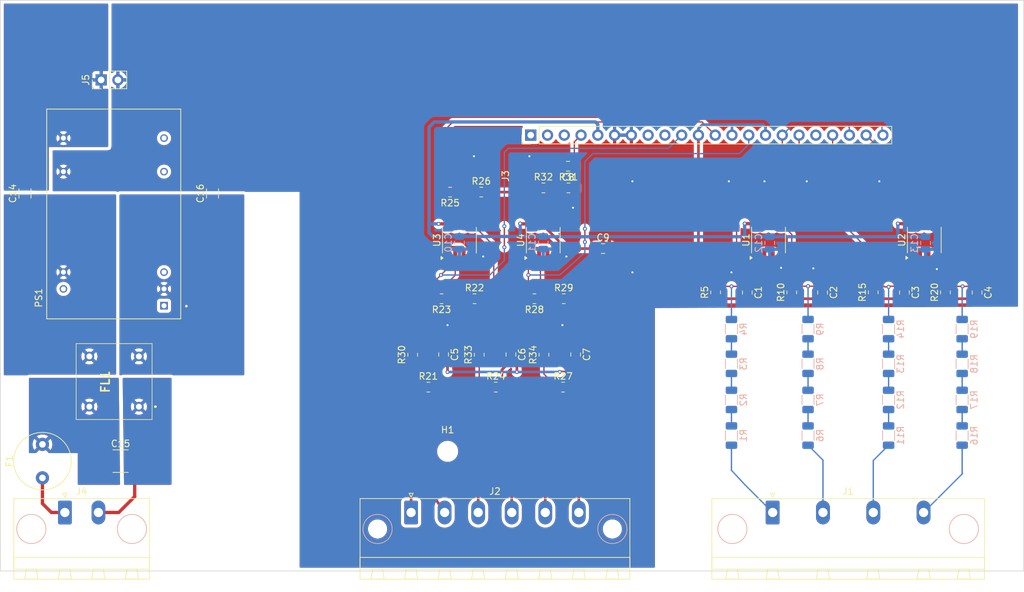
<source format=kicad_pcb>
(kicad_pcb (version 20240108) (generator "pcbnew") (generator_version "8.0")
  (layers (0 "F.Cu" signal) (31 "B.Cu" signal) (34 "B.Paste" user) (35 "F.Paste" user) (36 "B.SilkS" user "B.Silkscreen") (37 "F.SilkS" user "F.Silkscreen") (38 "B.Mask" user) (39 "F.Mask" user) (44 "Edge.Cuts" user))
  (net 0 "")
  (net 1 "+1V65")
  (net 2 "Net-(U1A-+)")
  (net 3 "Net-(U1B-+)")
  (net 4 "Net-(U2A-+)")
  (net 5 "Net-(U2B-+)")
  (net 6 "Net-(U3A-+)")
  (net 7 "Net-(U3B-+)")
  (net 8 "Net-(U4A-+)")
  (net 9 "GND")
  (net 10 "+3.3V")
  (net 11 "+5V")
  (net 12 "/+VOUT")
  (net 13 "/-VIN")
  (net 14 "Net-(J1-Pin_2)")
  (net 15 "Net-(J1-Pin_4)")
  (net 16 "Net-(J1-Pin_1)")
  (net 17 "Net-(J1-Pin_3)")
  (net 18 "Net-(J2-Pin_1)")
  (net 19 "Net-(J2-Pin_5)")
  (net 20 "Net-(J2-Pin_3)")
  (net 22 "A7")
  (net 23 "A0")
  (net 24 "A2")
  (net 28 "A6")
  (net 29 "A4")
  (net 31 "A8")
  (net 32 "A10")
  (net 39 "Net-(R1-Pad2)")
  (net 40 "Net-(R2-Pad2)")
  (net 41 "Net-(R3-Pad2)")
  (net 42 "Net-(R6-Pad2)")
  (net 43 "Net-(R7-Pad2)")
  (net 44 "Net-(R8-Pad2)")
  (net 45 "Net-(R11-Pad2)")
  (net 46 "Net-(R12-Pad2)")
  (net 47 "Net-(R13-Pad2)")
  (net 48 "Net-(R16-Pad2)")
  (net 49 "Net-(R17-Pad2)")
  (net 50 "Net-(R18-Pad2)")
  (net 51 "Net-(U3A--)")
  (net 52 "Net-(U3B--)")
  (net 53 "Net-(U4A--)")
  (net 54 "Net-(U4B-+)")
  (net 55 "Net-(J4-Pin_1)")
  (net 56 "/+VIN_Filt")
  (net 57 "/-VIN_Filt")
  (net 58 "/+VIN")
  (footprint "Capacitor_SMD:C_0805_2012Metric" (layer "F.Cu") (at 160.25 75.315 180)
    (property "Reference" "C8")
    (property "Value" "100n")
  )
  (footprint "Package_SO:SOIC-8_3.9x4.9mm_P1.27mm" (layer "F.Cu") (at 214.2 86.5 90)
    (property "Reference" "U2")
    (property "Value" "MCP6022")
  )
  (footprint "Resistor_SMD:R_0805_2012Metric" (layer "F.Cu") (at 146.0875 95.4)
    (property "Reference" "R22")
    (property "Value" "10k")
  )
  (footprint "Resistor_SMD:R_0805_2012Metric" (layer "F.Cu") (at 159.5 108.8)
    (property "Reference" "R27")
    (property "Value" "10")
  )
  (footprint "PQopen:CONV_TEN_8-2411WI" (layer "F.Cu") (at 91.44 82.55 90)
    (property "Reference" "PS1")
    (property "Value" "TEN_8-2411WI")
  )
  (footprint "Resistor_SMD:R_0805_2012Metric" (layer "F.Cu") (at 142.385 79.235 180)
    (property "Reference" "R25")
    (property "Value" "100k")
  )
  (footprint "Resistor_SMD:R_0805_2012Metric" (layer "F.Cu") (at 141.0875 95.4 180)
    (property "Reference" "R23")
    (property "Value" "100k")
  )
  (footprint "PQopen:TCK050" (layer "F.Cu") (at 95.25 111.76 90)
    (property "Reference" "FL1")
    (property "Value" "Filter_EMI_CommonMode" (hide yes))
  )
  (footprint "Capacitor_SMD:C_0805_2012Metric" (layer "F.Cu") (at 198.8 94.45 -90)
    (property "Reference" "C2")
    (property "Value" "3n3")
  )
  (footprint "Resistor_SMD:R_0805_2012Metric" (layer "F.Cu") (at 206.474284 94.43 90)
    (property "Reference" "R15")
    (property "Value" "6k8")
  )
  (footprint "MountingHole:MountingHole_2.7mm_M2.5_ISO14580" (layer "F.Cu") (at 142.01 118.53)
    (property "Reference" "H1")
    (property "Value" "MountingHole")
  )
  (footprint "Resistor_SMD:R_0805_2012Metric" (layer "F.Cu") (at 147.1075 79.235)
    (property "Reference" "R26")
    (property "Value" "10k")
  )
  (footprint "Capacitor_SMD:C_0805_2012Metric" (layer "F.Cu") (at 141.4 103.85 -90)
    (property "Reference" "C5")
    (property "Value" "4n7")
  )
  (footprint "Resistor_SMD:R_0805_2012Metric" (layer "F.Cu") (at 136.72 103.8875 90)
    (property "Reference" "R30")
    (property "Value" "10k")
  )
  (footprint "Package_SO:SOIC-8_3.9x4.9mm_P1.27mm" (layer "F.Cu") (at 143.795 86.525 90)
    (property "Reference" "U3")
    (property "Value" "MCP6022")
  )
  (footprint "Package_SO:SOIC-8_3.9x4.9mm_P1.27mm" (layer "F.Cu") (at 190.61 86.5 90)
    (property "Reference" "U1")
    (property "Value" "MCP6022")
  )
  (footprint "Capacitor_SMD:C_1206_3216Metric_Pad1.33x1.80mm_HandSolder" (layer "F.Cu") (at 78 79.4375 90)
    (property "Reference" "C14")
    (property "Value" "1000p")
  )
  (footprint "Resistor_SMD:R_0805_2012Metric" (layer "F.Cu") (at 149.3125 108.8)
    (property "Reference" "R24")
    (property "Value" "10")
  )
  (footprint "Fuse:Fuse_Littelfuse_372_D8.50mm" (layer "F.Cu") (at 80.645 122.555 90)
    (property "Reference" "F1")
    (property "Value" "Fuse")
  )
  (footprint "Resistor_SMD:R_0805_2012Metric" (layer "F.Cu") (at 194.137142 94.43 90)
    (property "Reference" "R10")
    (property "Value" "6k8")
  )
  (footprint "Resistor_SMD:R_0805_2012Metric" (layer "F.Cu") (at 156.6 103.8875 90)
    (property "Reference" "R34")
    (property "Value" "10k")
  )
  (footprint "Resistor_SMD:R_0805_2012Metric" (layer "F.Cu") (at 146.8 103.8875 90)
    (property "Reference" "R33")
    (property "Value" "10k")
  )
  (footprint "Capacitor_SMD:C_0805_2012Metric" (layer "F.Cu") (at 211.2 94.45 -90)
    (property "Reference" "C3")
    (property "Value" "3n3")
  )
  (footprint "Resistor_SMD:R_0805_2012Metric" (layer "F.Cu") (at 217.411426 94.43 90)
    (property "Reference" "R20")
    (property "Value" "6k8")
  )
  (footprint "Capacitor_SMD:C_1812_4532Metric_Pad1.57x3.40mm_HandSolder" (layer "F.Cu") (at 92.4775 120.015)
    (property "Reference" "C15")
    (property "Value" "C")
  )
  (footprint "Connector_PinHeader_2.54mm:PinHeader_1x22_P2.54mm_Vertical" (layer "F.Cu") (at 154.6 70.6 90)
    (property "Reference" "J3")
    (property "Value" "Conn_01x22")
  )
  (footprint "Resistor_SMD:R_0805_2012Metric" (layer "F.Cu") (at 160.3125 78.6)
    (property "Reference" "R31")
    (property "Value" "10k")
  )
  (footprint "Capacitor_SMD:C_0805_2012Metric" (layer "F.Cu") (at 222.2 94.45 -90)
    (property "Reference" "C4")
    (property "Value" "3n3")
  )
  (footprint "Capacitor_SMD:C_0805_2012Metric" (layer "F.Cu") (at 187.4 94.45 -90)
    (property "Reference" "C1")
    (property "Value" "3n3")
  )
  (footprint "Connector_Phoenix_MSTB:PhoenixContact_MSTB_2,5_6-GF-5,08_1x06_P5.08mm_Horizontal_ThreadedFlange_MountHole" (layer "F.Cu") (at 136.48 127.8)
    (property "Reference" "J2")
    (property "Value" "Conn_01x06")
  )
  (footprint "Capacitor_SMD:C_0805_2012Metric" (layer "F.Cu") (at 165.55 87.8)
    (property "Reference" "C9")
    (property "Value" "100n")
  )
  (footprint "Connector_Phoenix_MSTB:PhoenixContact_MSTB_2,5_2-GF-5,08_1x02_P5.08mm_Horizontal_ThreadedFlange_MountHole" (layer "F.Cu") (at 84.04 127.8)
    (property "Reference" "J4")
    (property "Value" "External Power in 9-36V")
  )
  (footprint "Resistor_SMD:R_0805_2012Metric" (layer "F.Cu") (at 159.6 95.4)
    (property "Reference" "R29")
    (property "Value" "10k")
  )
  (footprint "Resistor_SMD:R_0805_2012Metric" (layer "F.Cu") (at 182.6 94.43 90)
    (property "Reference" "R5")
    (property "Value" "6k8")
  )
  (footprint "Capacitor_SMD:C_0805_2012Metric" (layer "F.Cu") (at 151.6 103.85 -90)
    (property "Reference" "C6")
    (property "Value" "4n7")
  )
  (footprint "Resistor_SMD:R_0805_2012Metric" (layer "F.Cu") (at 139.0875 108.8)
    (property "Reference" "R21")
    (property "Value" "10")
  )
  (footprint "Resistor_SMD:R_0805_2012Metric" (layer "F.Cu") (at 156.5225 78.6)
    (property "Reference" "R32")
    (property "Value" "10k")
  )
  (footprint "Capacitor_SMD:C_1206_3216Metric_Pad1.33x1.80mm_HandSolder" (layer "F.Cu") (at 106.4 79.4375 90)
    (property "Reference" "C16")
    (property "Value" "1000p")
  )
  (footprint "Capacitor_SMD:C_0805_2012Metric" (layer "F.Cu") (at 161.4 103.85 -90)
    (property "Reference" "C7")
    (property "Value" "4n7")
  )
  (footprint "Connector_Phoenix_GMSTB:PhoenixContact_GMSTB_2,5_4-GF-7,62_1x04_P7.62mm_Horizontal_ThreadedFlange_MountHole" (layer "F.Cu") (at 191.24 127.8)
    (property "Reference" "J1")
    (property "Value" "Conn_01x04")
  )
  (footprint "Resistor_SMD:R_0805_2012Metric" (layer "F.Cu") (at 155.155 95.4 180)
    (property "Reference" "R28")
    (property "Value" "100k")
  )
  (footprint "Connector_PinHeader_2.54mm:PinHeader_1x02_P2.54mm_Vertical" (layer "F.Cu") (at 89.535 62.23 90)
    (property "Reference" "J5")
    (property "Value" "5V Output")
  )
  (footprint "Package_SO:SOIC-8_3.9x4.9mm_P1.27mm" (layer "F.Cu") (at 156.495 86.525 90)
    (property "Reference" "U4")
    (property "Value" "MCP6022")
  )
  (footprint "Resistor_SMD:R_1206_3216Metric" (layer "B.Cu") (at 208.8 105.266666 90)
    (property "Reference" "R13")
    (property "Value" "470k")
  )
  (footprint "Capacitor_SMD:C_0805_2012Metric" (layer "B.Cu") (at 156.495 86.915 -90)
    (property "Reference" "C11")
    (property "Value" "100n")
  )
  (footprint "Resistor_SMD:R_1206_3216Metric" (layer "B.Cu") (at 185 110.733332 90)
    (property "Reference" "R2")
    (property "Value" "470k")
  )
  (footprint "Resistor_SMD:R_1206_3216Metric" (layer "B.Cu") (at 219.94 105.266666 90)
    (property "Reference" "R18")
    (property "Value" "470k")
  )
  (footprint "Capacitor_SMD:C_0805_2012Metric" (layer "B.Cu") (at 190.8 86.95 -90)
    (property "Reference" "C12")
    (property "Value" "100n")
  )
  (footprint "Resistor_SMD:R_1206_3216Metric" (layer "B.Cu") (at 219.94 100 90)
    (property "Reference" "R19")
    (property "Value" "470k")
  )
  (footprint "Resistor_SMD:R_1206_3216Metric" (layer "B.Cu") (at 185 116.1375 90)
    (property "Reference" "R1")
    (property "Value" "470k")
  )
  (footprint "Resistor_SMD:R_1206_3216Metric" (layer "B.Cu") (at 208.8 100 90)
    (property "Reference" "R14")
    (property "Value" "470k")
  )
  (footprint "Resistor_SMD:R_1206_3216Metric" (layer "B.Cu") (at 196.6 100 90)
    (property "Reference" "R9")
    (property "Value" "470k")
  )
  (footprint "Resistor_SMD:R_1206_3216Metric" (layer "B.Cu") (at 219.94 116.1375 90)
    (property "Reference" "R16")
    (property "Value" "470k")
  )
  (footprint "Resistor_SMD:R_1206_3216Metric" (layer "B.Cu") (at 185 105.266666 90)
    (property "Reference" "R3")
    (property "Value" "470k")
  )
  (footprint "Capacitor_SMD:C_0805_2012Metric" (layer "B.Cu") (at 143.795 86.915 -90)
    (property "Reference" "C10")
    (property "Value" "100n")
  )
  (footprint "Resistor_SMD:R_1206_3216Metric" (layer "B.Cu") (at 208.8 116.1375 90)
    (property "Reference" "R11")
    (property "Value" "470k")
  )
  (footprint "Resistor_SMD:R_1206_3216Metric" (layer "B.Cu") (at 196.6 110.733332 90)
    (property "Reference" "R7")
    (property "Value" "470k")
  )
  (footprint "Resistor_SMD:R_1206_3216Metric" (layer "B.Cu") (at 196.6 105.266666 90)
    (property "Reference" "R8")
    (property "Value" "470k")
  )
  (footprint "Resistor_SMD:R_1206_3216Metric" (layer "B.Cu") (at 185 100 90)
    (property "Reference" "R4")
    (property "Value" "470k")
  )
  (footprint "Resistor_SMD:R_1206_3216Metric" (layer "B.Cu") (at 196.6 116.1375 90)
    (property "Reference" "R6")
    (property "Value" "470k")
  )
  (footprint "Resistor_SMD:R_1206_3216Metric" (layer "B.Cu") (at 219.94 110.733332 90)
    (property "Reference" "R17")
    (property "Value" "470k")
  )
  (footprint "Resistor_SMD:R_1206_3216Metric" (layer "B.Cu") (at 208.8 110.733332 90)
    (property "Reference" "R12")
    (property "Value" "470k")
  )
  (footprint "Capacitor_SMD:C_0805_2012Metric" (layer "B.Cu") (at 214.4 86.95 -90)
    (property "Reference" "C13")
    (property "Value" "100n")
  )
  (gr_rect (start 74.265 50.165) (end 229.265 136.665) (stroke (width 0.1)) (fill none) (layer "Edge.Cuts"))
  (segment (start 147 97) (end 147 95.4) (width 0.4) (layer "F.Cu") (net 1))
  (segment (start 139 111.8) (end 139 124) (width 0.4) (layer "F.Cu") (net 1))
  (segment (start 211.2 95.4) (end 206.531784 95.4) (width 0.4) (layer "F.Cu") (net 1))
  (segment (start 151.6 104.8) (end 152.5 105.7) (width 0.4) (layer "F.Cu") (net 1))
  (segment (start 150.225 108.8) (end 150.225 106.175) (width 0.4) (layer "F.Cu") (net 1))
  (segment (start 152.019999 79.235) (end 155.86 83.075001) (width 0.4) (layer "F.Cu") (net 1))
  (segment (start 179.4 95.3425) (end 165.1425 95.3425) (width 0.4) (layer "F.Cu") (net 1))
  (segment (start 160.5125 95.4) (end 164 95.4) (width 0.4) (layer "F.Cu") (net 1))
  (segment (start 161.88 110.38) (end 161.88 127.8) (width 0.4) (layer "F.Cu") (net 1))
  (segment (start 150.225 106.175) (end 151.6 104.8) (width 0.4) (layer "F.Cu") (net 1))
  (segment (start 161.88 110.38) (end 160.4125 108.9125) (width 0.4) (layer "F.Cu") (net 1))
  (segment (start 155.86 83.075001) (end 155.86 84.05) (width 0.4) (layer "F.Cu") (net 1))
  (segment (start 164.6 94.8) (end 164.6 104.4) (width 0.4) (layer "F.Cu") (net 1))
  (segment (start 140 108.8) (end 139 111.8) (width 0.4) (layer "F.Cu") (net 1))
  (segment (start 151.72 110.72) (end 151.72 127.8) (width 0.4) (layer "F.Cu") (net 1))
  (segment (start 164.6 94.8) (end 164.6 87.8) (width 0.4) (layer "F.Cu") (net 1))
  (segment (start 211.2575 95.3425) (end 211.2 95.4) (width 0.4) (layer "F.Cu") (net 1))
  (segment (start 160.4125 106.5) (end 159 106.5) (width 0.4) (layer "F.Cu") (net 1))
  (segment (start 164 95.4) (end 164.6 94.8) (width 0.4) (layer "F.Cu") (net 1))
  (segment (start 160.4125 108.8) (end 160.4125 106.5) (width 0.4) (layer "F.Cu") (net 1))
  (segment (start 206.531784 95.4) (end 206.474284 95.3425) (width 0.4) (layer "F.Cu") (net 1))
  (segment (start 180 94.7425) (end 179.4 95.3425) (width 0.4) (layer "F.Cu") (net 1))
  (segment (start 165.1425 95.3425) (end 164.6 94.8) (width 0.4) (layer "F.Cu") (net 1))
  (segment (start 160 87.8) (end 157.13 84.93) (width 0.4) (layer "F.Cu") (net 1))
  (segment (start 141.4 104.8) (end 142.7 104.8) (width 0.4) (layer "F.Cu") (net 1))
  (segment (start 157.13 84.93) (end 157.13 84.05) (width 0.4) (layer "F.Cu") (net 1))
  (segment (start 152.5 105.7) (end 152.5 106.5) (width 0.4) (layer "F.Cu") (net 1))
  (segment (start 148.02 79.235) (end 152.019999 79.235) (width 0.4) (layer "F.Cu") (net 1))
  (segment (start 164.6 87.8) (end 160 87.8) (width 0.4) (layer "F.Cu") (net 1))
  (segment (start 194.137142 95.3425) (end 187.4575 95.3425) (width 0.4) (layer "F.Cu") (net 1))
  (segment (start 160.4125 105.7875) (end 161.4 104.8) (width 0.4) (layer "F.Cu") (net 1))
  (segment (start 160.4125 108.9125) (end 160.4125 108.8) (width 0.4) (layer "F.Cu") (net 1))
  (segment (start 140 108.8) (end 140 106.2) (width 0.4) (layer "F.Cu") (net 1))
  (segment (start 140 106.2) (end 141.4 104.8) (width 0.4) (layer "F.Cu") (net 1))
  (segment (start 222.2 95.4) (end 217.468926 95.4) (width 0.4) (layer "F.Cu") (net 1))
  (segment (start 187.4 95.4) (end 182.6575 95.4) (width 0.4) (layer "F.Cu") (net 1))
  (segment (start 150.225 108.8) (end 150.225 109.225) (width 0.4) (layer "F.Cu") (net 1))
  (segment (start 180 70.6) (end 180 94.7425) (width 0.4) (layer "F.Cu") (net 1))
  (segment (start 194.194642 95.4) (end 194.137142 95.3425) (width 0.4) (layer "F.Cu") (net 1))
  (segment (start 164.6 104.4) (end 164.2 104.8) (width 0.4) (layer "F.Cu") (net 1))
  (segment (start 144.5 99.5) (end 147 97) (width 0.4) (layer "F.Cu") (net 1))
  (segment (start 139 124) (end 141.56 127.8) (width 0.4) (layer "F.Cu") (net 1))
  (segment (start 164.2 104.8) (end 161.4 104.8) (width 0.4) (layer "F.Cu") (net 1))
  (segment (start 142 105.4) (end 141.4 104.8) (width 0.4) (layer "F.Cu") (net 1))
  (segment (start 157.13 84.05) (end 155.86 84.05) (width 0.4) (layer "F.Cu") (net 1))
  (segment (start 217.411426 95.3425) (end 211.2575 95.3425) (width 0.4) (layer "F.Cu") (net 1))
  (segment (start 198.8575 95.3425) (end 198.8 95.4) (width 0.4) (layer "F.Cu") (net 1))
  (segment (start 142.7 104.8) (end 144.5 103) (width 0.4) (layer "F.Cu") (net 1))
  (segment (start 144.5 103) (end 144.5 99.5) (width 0.4) (layer "F.Cu") (net 1))
  (segment (start 150.225 109.225) (end 151.72 110.72) (width 0.4) (layer "F.Cu") (net 1))
  (segment (start 160.4125 106.5) (end 160.4125 105.7875) (width 0.4) (layer "F.Cu") (net 1))
  (segment (start 206.474284 95.3425) (end 198.8575 95.3425) (width 0.4) (layer "F.Cu") (net 1))
  (segment (start 217.468926 95.4) (end 217.411426 95.3425) (width 0.4) (layer "F.Cu") (net 1))
  (segment (start 182.6 95.3425) (end 179.4 95.3425) (width 0.4) (layer "F.Cu") (net 1))
  (segment (start 198.8 95.4) (end 194.194642 95.4) (width 0.4) (layer "F.Cu") (net 1))
  (segment (start 182.6575 95.4) (end 182.6 95.3425) (width 0.4) (layer "F.Cu") (net 1))
  (segment (start 142 106.5) (end 142 105.4) (width 0.4) (layer "F.Cu") (net 1))
  (segment (start 187.4575 95.3425) (end 187.4 95.4) (width 0.4) (layer "F.Cu") (net 1))
  (via (at 152.5 106.5) (size 0.6) (drill 0.3) (layers "F.Cu" "B.Cu") (net 1))
  (via (at 142 106.5) (size 0.6) (drill 0.3) (layers "F.Cu" "B.Cu") (net 1))
  (via (at 159 106.5) (size 0.6) (drill 0.3) (layers "F.Cu" "B.Cu") (net 1))
  (segment (start 152.5 106.5) (end 142 106.5) (width 0.4) (layer "B.Cu") (net 1))
  (segment (start 180.6 69) (end 184.88 69) (width 0.4) (layer "B.Cu") (net 1))
  (segment (start 180 70.6) (end 180 69.6) (width 0.4) (layer "B.Cu") (net 1))
  (segment (start 184.88 69) (end 185.08 69.2) (width 0.4) (layer "B.Cu") (net 1))
  (segment (start 189.8 69) (end 185.2 69) (width 0.4) (layer "B.Cu") (net 1))
  (segment (start 185.08 69.12) (end 185.08 69.2) (width 0.4) (layer "B.Cu") (net 1))
  (segment (start 185.2 69) (end 185.08 69.12) (width 0.4) (layer "B.Cu") (net 1))
  (segment (start 190.16 70.6) (end 190.16 69.36) (width 0.4) (layer "B.Cu") (net 1))
  (segment (start 185.08 69.2) (end 185.08 70.6) (width 0.4) (layer "B.Cu") (net 1))
  (segment (start 180 69.6) (end 180.6 69) (width 0.4) (layer "B.Cu") (net 1))
  (segment (start 159 106.5) (end 152.5 106.5) (width 0.4) (layer "B.Cu") (net 1))
  (segment (start 190.16 69.36) (end 189.8 69) (width 0.4) (layer "B.Cu") (net 1))
  (segment (start 185 93.5175) (end 187.3825 93.5175) (width 0.2) (layer "F.Cu") (net 2))
  (segment (start 182.6 93.5175) (end 185 93.5175) (width 0.2) (layer "F.Cu") (net 2))
  (segment (start 191.245 88.975) (end 191.245 89.655) (width 0.2) (layer "F.Cu") (net 2))
  (segment (start 187.3825 93.5175) (end 187.4 93.5) (width 0.2) (layer "F.Cu") (net 2))
  (segment (start 191.245 89.655) (end 187.4 93.5) (width 0.2) (layer "F.Cu") (net 2))
  (via (at 185 93.5175) (size 0.6) (drill 0.3) (layers "F.Cu" "B.Cu") (net 2))
  (segment (start 185 98.5375) (end 185 93.5175) (width 0.2) (layer "B.Cu") (net 2))
  (segment (start 194.137142 85.647142) (end 192.515 84.025) (width 0.2) (layer "F.Cu") (net 3))
  (segment (start 194.154642 93.5) (end 194.137142 93.5175) (width 0.2) (layer "F.Cu") (net 3))
  (segment (start 196.6 93.5) (end 194.154642 93.5) (width 0.2) (layer "F.Cu") (net 3))
  (segment (start 198.8 93.5) (end 196.6 93.5) (width 0.2) (layer "F.Cu") (net 3))
  (segment (start 194.137142 93.5175) (end 194.137142 85.647142) (width 0.2) (layer "F.Cu") (net 3))
  (via (at 196.6 93.5) (size 0.6) (drill 0.3) (layers "F.Cu" "B.Cu") (net 3))
  (segment (start 196.6 98.5375) (end 196.6 93.5) (width 0.2) (layer "B.Cu") (net 3))
  (segment (start 211.2 93.5) (end 208.9 93.5) (width 0.2) (layer "F.Cu") (net 4))
  (segment (start 208.9 93.5) (end 208.8 93.6) (width 0.2) (layer "F.Cu") (net 4))
  (segment (start 208.2 93.6) (end 208.1175 93.5175) (width 0.2) (layer "F.Cu") (net 4))
  (segment (start 214.835 89.865) (end 211.2 93.5) (width 0.2) (layer "F.Cu") (net 4))
  (segment (start 208.1175 93.5175) (end 206.474284 93.5175) (width 0.2) (layer "F.Cu") (net 4))
  (segment (start 208.8 93.6) (end 208.2 93.6) (width 0.2) (layer "F.Cu") (net 4))
  (segment (start 214.835 88.975) (end 214.835 89.865) (width 0.2) (layer "F.Cu") (net 4))
  (via (at 208.8 93.6) (size 0.6) (drill 0.3) (layers "F.Cu" "B.Cu") (net 4))
  (segment (start 208.8 98.5375) (end 208.8 93.6) (width 0.2) (layer "B.Cu") (net 4))
  (segment (start 217.411426 93.5175) (end 217.411426 85.331426) (width 0.2) (layer "F.Cu") (net 5))
  (segment (start 217.411426 85.331426) (end 216.105 84.025) (width 0.2) (layer "F.Cu") (net 5))
  (segment (start 217.411426 93.5175) (end 220 93.5175) (width 0.2) (layer "F.Cu") (net 5))
  (segment (start 222.1825 93.5175) (end 222.2 93.5) (width 0.2) (layer "F.Cu") (net 5))
  (segment (start 220 93.5175) (end 222.1825 93.5175) (width 0.2) (layer "F.Cu") (net 5))
  (via (at 220 93.5175) (size 0.6) (drill 0.3) (layers "F.Cu" "B.Cu") (net 5))
  (segment (start 219.94 93.5775) (end 220 93.5175) (width 0.2) (layer "B.Cu") (net 5))
  (segment (start 219.94 98.5375) (end 219.94 93.5775) (width 0.2) (layer "B.Cu") (net 5))
  (segment (start 138.5 89) (end 140 87.5) (width 0.2) (layer "F.Cu") (net 6))
  (segment (start 138.5 100) (end 138.5 89) (width 0.2) (layer "F.Cu") (net 6))
  (segment (start 140 87.5) (end 143.904999 87.5) (width 0.2) (layer "F.Cu") (net 6))
  (segment (start 144.43 88.025001) (end 144.43 89) (width 0.2) (layer "F.Cu") (net 6))
  (segment (start 143.904999 87.5) (end 144.43 88.025001) (width 0.2) (layer "F.Cu") (net 6))
  (segment (start 141.325 102.975) (end 141.4 102.9) (width 0.2) (layer "F.Cu") (net 6))
  (segment (start 141.4 102.9) (end 138.5 100) (width 0.2) (layer "F.Cu") (net 6))
  (segment (start 136.72 102.975) (end 141.325 102.975) (width 0.2) (layer "F.Cu") (net 6))
  (segment (start 146.8 102.975) (end 146.8 102.2) (width 0.2) (layer "F.Cu") (net 7))
  (segment (start 146.8 102.2) (end 149 100) (width 0.2) (layer "F.Cu") (net 7))
  (segment (start 149 100) (end 149 87.35) (width 0.2) (layer "F.Cu") (net 7))
  (segment (start 151.6 102.9) (end 146.875 102.9) (width 0.2) (layer "F.Cu") (net 7))
  (segment (start 149 87.35) (end 145.7 84.05) (width 0.2) (layer "F.Cu") (net 7))
  (segment (start 146.875 102.9) (end 146.8 102.975) (width 0.2) (layer "F.Cu") (net 7))
  (segment (start 157.13 87.63) (end 153.935686 87.63) (width 0.2) (layer "F.Cu") (net 8))
  (segment (start 153.935686 87.63) (end 153 88.565686) (width 0.2) (layer "F.Cu") (net 8))
  (segment (start 157.13 89) (end 157.13 87.63) (width 0.2) (layer "F.Cu") (net 8))
  (segment (start 153 88.565686) (end 153 99.375) (width 0.2) (layer "F.Cu") (net 8))
  (segment (start 156.6 102.975) (end 161.325 102.975) (width 0.2) (layer "F.Cu") (net 8))
  (segment (start 161.325 102.975) (end 161.4 102.9) (width 0.2) (layer "F.Cu") (net 8))
  (segment (start 153 99.375) (end 156.6 102.975) (width 0.2) (layer "F.Cu") (net 8))
  (segment (start 145.7 89) (end 147.4 89) (width 0.2) (layer "F.Cu") (net 9))
  (segment (start 216.105 88.975) (end 216.105 90.905) (width 0.2) (layer "F.Cu") (net 9))
  (segment (start 158.4 89) (end 160 89) (width 0.2) (layer "F.Cu") (net 9))
  (segment (start 192.515 88.975) (end 192.515 90.715) (width 0.2) (layer "F.Cu") (net 9))
  (via (at 190 77.6) (size 0.6) (drill 0.3) (layers "F.Cu" "B.Cu") (net 9))
  (via (at 216.105 90.905) (size 0.6) (drill 0.3) (layers "F.Cu" "B.Cu") (net 9))
  (via (at 146 73.8) (size 0.6) (drill 0.3) (layers "F.Cu" "B.Cu") (net 9))
  (via (at 196.4 77.6) (size 0.6) (drill 0.3) (layers "F.Cu" "B.Cu") (net 9))
  (via (at 161 81.6) (size 0.6) (drill 0.3) (layers "F.Cu" "B.Cu") (net 9))
  (via (at 207.4 77.6) (size 0.6) (drill 0.3) (layers "F.Cu" "B.Cu") (net 9))
  (via (at 154.4 73.8) (size 0.6) (drill 0.3) (layers "F.Cu" "B.Cu") (net 9))
  (via (at 185 91.4) (size 0.6) (drill 0.3) (layers "F.Cu" "B.Cu") (net 9))
  (via (at 197.4 90.8) (size 0.6) (drill 0.3) (layers "F.Cu" "B.Cu") (net 9))
  (via (at 170 77.6) (size 0.6) (drill 0.3) (layers "F.Cu" "B.Cu") (net 9))
  (via (at 142 99.4) (size 0.6) (drill 0.3) (layers "F.Cu" "B.Cu") (net 9))
  (via (at 147.4 89) (size 0.6) (drill 0.3) (layers "F.Cu" "B.Cu") (net 9))
  (via (at 192.515 90.715) (size 0.6) (drill 0.3) (layers "F.Cu" "B.Cu") (net 9))
  (via (at 159.4 99.4) (size 0.6) (drill 0.3) (layers "F.Cu" "B.Cu") (net 9))
  (via (at 170 91.4) (size 0.6) (drill 0.3) (layers "F.Cu" "B.Cu") (net 9))
  (via (at 184.6 77.6) (size 0.6) (drill 0.3) (layers "F.Cu" "B.Cu") (net 9))
  (via (at 160 89) (size 0.6) (drill 0.3) (layers "F.Cu" "B.Cu") (net 9))
  (segment (start 161.2 78.575) (end 161.225 78.6) (width 0.2) (layer "F.Cu") (net 10))
  (segment (start 161.2 75.315) (end 161.2 78.575) (width 0.2) (layer "F.Cu") (net 10))
  (segment (start 161.2 75.315) (end 161.2 71.62) (width 0.2) (layer "F.Cu") (net 10))
  (segment (start 161.2 71.62) (end 162.22 70.6) (width 0.2) (layer "F.Cu") (net 10))
  (segment (start 153.05 84.05) (end 153 84) (width 0.5) (layer "F.Cu") (net 11))
  (segment (start 154.59 84.05) (end 153.05 84.05) (width 0.5) (layer "F.Cu") (net 11))
  (segment (start 188.705 84.025) (end 187.025 84.025) (width 0.5) (layer "F.Cu") (net 11))
  (segment (start 212.295 84.025) (end 210.225 84.025) (width 0.5) (layer "F.Cu") (net 11))
  (segment (start 141.89 84.05) (end 140.65 84.05) (width 0.5) (layer "F.Cu") (net 11))
  (segment (start 210.225 84.025) (end 210.2 84) (width 0.5) (layer "F.Cu") (net 11))
  (segment (start 187.025 84.025) (end 187 84) (width 0.5) (layer "F.Cu") (net 11))
  (via (at 210.2 84) (size 0.6) (drill 0.3) (layers "F.Cu" "B.Cu") (net 11))
  (via (at 140.65 84.05) (size 0.6) (drill 0.3) (layers "F.Cu" "B.Cu") (net 11))
  (via (at 153 84) (size 0.6) (drill 0.3) (layers "F.Cu" "B.Cu") (net 11))
  (via (at 187 84) (size 0.6) (drill 0.3) (layers "F.Cu" "B.Cu") (net 11))
  (segment (start 164.4 68.6) (end 140 68.6) (width 0.5) (layer "B.Cu") (net 11))
  (segment (start 164.76 70.6) (end 164.76 68.96) (width 0.5) (layer "B.Cu") (net 11))
  (segment (start 140 68.6) (end 139.2 69.4) (width 0.5) (layer "B.Cu") (net 11))
  (segment (start 140.65 84.05) (end 139.25 84.05) (width 0.5) (layer "B.Cu") (net 11))
  (segment (start 139.765 85.965) (end 143.795 85.965) (width 0.5) (layer "B.Cu") (net 11))
  (segment (start 153 85.965) (end 156.495 85.965) (width 0.5) (layer "B.Cu") (net 11))
  (segment (start 190.8 86) (end 187 86) (width 0.5) (layer "B.Cu") (net 11))
  (segment (start 156.53 86) (end 156.495 85.965) (width 0.5) (layer "B.Cu") (net 11))
  (segment (start 210.2 86) (end 214.4 86) (width 0.5) (layer "B.Cu") (net 11))
  (segment (start 143.795 85.965) (end 153 85.965) (width 0.5) (layer "B.Cu") (net 11))
  (segment (start 187 84) (end 187 86) (width 0.5) (layer "B.Cu") (net 11))
  (segment (start 210.2 84) (end 210.2 86) (width 0.5) (layer "B.Cu") (net 11))
  (segment (start 190.8 86) (end 210.2 86) (width 0.5) (layer "B.Cu") (net 11))
  (segment (start 139.2 84) (end 139.2 85.4) (width 0.5) (layer "B.Cu") (net 11))
  (segment (start 164.76 68.96) (end 164.4 68.6) (width 0.5) (layer "B.Cu") (net 11))
  (segment (start 139.2 69.4) (end 139.2 84) (width 0.5) (layer "B.Cu") (net 11))
  (segment (start 139.2 85.4) (end 139.765 85.965) (width 0.5) (layer "B.Cu") (net 11))
  (segment (start 139.25 84.05) (end 139.2 84) (width 0.5) (layer "B.Cu") (net 11))
  (segment (start 153 84) (end 153 85.965) (width 0.5) (layer "B.Cu") (net 11))
  (segment (start 187 86) (end 156.53 86) (width 0.5) (layer "B.Cu") (net 11))
  (segment (start 92.2 127.8) (end 89.12 127.8) (width 0.5) (layer "F.Cu") (net 13))
  (segment (start 94.615 120.015) (end 94.615 125.385) (width 0.5) (layer "F.Cu") (net 13))
  (segment (start 94.615 125.385) (end 92.2 127.8) (width 0.5) (layer "F.Cu") (net 13))
  (segment (start 198.86 127.8) (end 198.86 119.86) (width 0.2) (layer "B.Cu") (net 14))
  (segment (start 198.86 119.86) (end 196.6 117.6) (width 0.2) (layer "B.Cu") (net 14))
  (segment (start 219.94 121.84) (end 219.94 117.6) (width 0.2) (layer "B.Cu") (net 15))
  (segment (start 214.1 127.8) (end 220 121.9) (width 0.2) (layer "B.Cu") (net 15))
  (segment (start 220 121.9) (end 219.94 121.84) (width 0.2) (layer "B.Cu") (net 15))
  (segment (start 187.04 123.6) (end 191.24 127.8) (width 0.2) (layer "B.Cu") (net 16))
  (segment (start 185 121.4) (end 187.04 123.6) (width 0.2) (layer "B.Cu") (net 16))
  (segment (start 185 117.6) (end 185 121.4) (width 0.2) (layer "B.Cu") (net 16))
  (segment (start 206.48 119.92) (end 208.8 117.6) (width 0.2) (layer "B.Cu") (net 17))
  (segment (start 206.48 127.8) (end 206.48 119.92) (width 0.2) (layer "B.Cu") (net 17))
  (segment (start 136.48 111.02) (end 136.48 127.8) (width 0.4) (layer "F.Cu") (net 18))
  (segment (start 138.175 109.325) (end 136.48 111.02) (width 0.4) (layer "F.Cu") (net 18))
  (segment (start 138.175 108.8) (end 138.175 106.255) (width 0.2) (layer "F.Cu") (net 18))
  (segment (start 138.175 106.255) (end 136.72 104.8) (width 0.2) (layer "F.Cu") (net 18))
  (segment (start 138.175 108.8) (end 138.175 109.325) (width 0.2) (layer "F.Cu") (net 18))
  (segment (start 156.8 110.5) (end 156.8 128.6) (width 0.4) (layer "F.Cu") (net 19))
  (segment (start 158.5 108.8) (end 156.8 110.5) (width 0.4) (layer "F.Cu") (net 19))
  (segment (start 156.6 106.8125) (end 158.5875 108.8) (width 0.2) (layer "F.Cu") (net 19))
  (segment (start 158.5875 108.8) (end 158.5 108.8) (width 0.2) (layer "F.Cu") (net 19))
  (segment (start 156.6 104.8) (end 156.6 106.8125) (width 0.2) (layer "F.Cu") (net 19))
  (segment (start 148.4 108.8) (end 146.64 110.56) (width 0.4) (layer "F.Cu") (net 20))
  (segment (start 146.8 107.2) (end 148.4 108.8) (width 0.2) (layer "F.Cu") (net 20))
  (segment (start 146.8 104.8) (end 146.8 107.2) (width 0.2) (layer "F.Cu") (net 20))
  (segment (start 146.64 110.56) (end 146.64 127.8) (width 0.4) (layer "F.Cu") (net 20))
  (segment (start 195.24 73.16) (end 195.24 70.6) (width 0.2) (layer "F.Cu") (net 22))
  (segment (start 191.245 84.025) (end 191.245 77.155) (width 0.2) (layer "F.Cu") (net 22))
  (segment (start 189.975 84.025) (end 191.245 84.025) (width 0.2) (layer "F.Cu") (net 22))
  (segment (start 191.245 77.155) (end 195.24 73.16) (width 0.2) (layer "F.Cu") (net 22))
  (segment (start 141.89 89) (end 141.89 90.91) (width 0.2) (layer "F.Cu") (net 23))
  (segment (start 140.175 92.625) (end 140.175 95.4) (width 0.2) (layer "F.Cu") (net 23))
  (segment (start 141.89 90.91) (end 140.175 92.625) (width 0.2) (layer "F.Cu") (net 23))
  (segment (start 150.6 87.6) (end 150.6 84.4) (width 0.2) (layer "F.Cu") (net 23))
  (via (at 150.6 87.6) (size 0.6) (drill 0.3) (layers "F.Cu" "B.Cu") (net 23))
  (via (at 150.6 84.4) (size 0.6) (drill 0.3) (layers "F.Cu" "B.Cu") (net 23))
  (via (at 141 91.8) (size 0.6) (drill 0.3) (layers "F.Cu" "B.Cu") (net 23))
  (segment (start 175.46 72.6) (end 177.46 70.6) (width 0.2) (layer "B.Cu") (net 23))
  (segment (start 151.2 72.6) (end 175.46 72.6) (width 0.2) (layer "B.Cu") (net 23))
  (segment (start 150.6 84.4) (end 150.6 73.2) (width 0.2) (layer "B.Cu") (net 23))
  (segment (start 150.6 73.2) (end 151.2 72.6) (width 0.2) (layer "B.Cu") (net 23))
  (segment (start 148.4 91.8) (end 150.6 89.6) (width 0.2) (layer "B.Cu") (net 23))
  (segment (start 150.6 89.6) (end 150.6 87.6) (width 0.2) (layer "B.Cu") (net 23))
  (segment (start 141 91.8) (end 148.4 91.8) (width 0.2) (layer "B.Cu") (net 23))
  (segment (start 141.4725 69.9275) (end 142.8 68.6) (width 0.2) (layer "F.Cu") (net 24))
  (segment (start 180.54 68.6) (end 182.54 70.6) (width 0.2) (layer "F.Cu") (net 24))
  (segment (start 143.16 84.05) (end 143.16 82.76) (width 0.2) (layer "F.Cu") (net 24))
  (segment (start 143.16 82.76) (end 141.4725 81.0725) (width 0.2) (layer "F.Cu") (net 24))
  (segment (start 142.8 68.6) (end 180.54 68.6) (width 0.2) (layer "F.Cu") (net 24))
  (segment (start 141.4725 81.0725) (end 141.4725 79.235) (width 0.2) (layer "F.Cu") (net 24))
  (segment (start 141.4725 79.235) (end 141.4725 69.9275) (width 0.2) (layer "F.Cu") (net 24))
  (segment (start 188.705 88.975) (end 189.975 88.975) (width 0.2) (layer "F.Cu") (net 28))
  (segment (start 192.7 72.9) (end 192.7 70.6) (width 0.2) (layer "F.Cu") (net 28))
  (segment (start 185.775 88.975) (end 185.775 79.825) (width 0.2) (layer "F.Cu") (net 28))
  (segment (start 185.775 79.825) (end 192.7 72.9) (width 0.2) (layer "F.Cu") (net 28))
  (segment (start 188.705 88.975) (end 185.775 88.975) (width 0.2) (layer "F.Cu") (net 28))
  (segment (start 207.8 70.46) (end 207.94 70.6) (width 0.2) (layer "B.Cu") (net 28))
  (segment (start 203 69.2) (end 207.8 69.2) (width 0.2) (layer "B.Cu") (net 28))
  (segment (start 202.6 69.2) (end 194.1 69.2) (width 0.2) (layer "B.Cu") (net 28))
  (segment (start 202.86 70.6) (end 202.86 69.34) (width 0.2) (layer "B.Cu") (net 28))
  (segment (start 202.86 69.34) (end 203 69.2) (width 0.2) (layer "B.Cu") (net 28))
  (segment (start 207.8 69.2) (end 207.8 70.46) (width 0.2) (layer "B.Cu") (net 28))
  (segment (start 194.1 69.2) (end 192.7 70.6) (width 0.2) (layer "B.Cu") (net 28))
  (segment (start 202.86 69.46) (end 202.6 69.2) (width 0.2) (layer "B.Cu") (net 28))
  (segment (start 202.86 70.6) (end 202.86 69.46) (width 0.2) (layer "B.Cu") (net 28))
  (segment (start 162.8 86.6) (end 162.8 84.8) (width 0.2) (layer "F.Cu") (net 29))
  (segment (start 154.2425 89.3475) (end 154.59 89) (width 0.2) (layer "F.Cu") (net 29))
  (segment (start 154.2425 95.4) (end 154.2425 89.3475) (width 0.2) (layer "F.Cu") (net 29))
  (via (at 162.8 84.8) (size 0.6) (drill 0.3) (layers "F.Cu" "B.Cu") (net 29))
  (via (at 162.8 86.8) (size 0.6) (drill 0.3) (layers "F.Cu" "B.Cu") (net 29))
  (via (at 154.2425 91.8) (size 0.6) (drill 0.3) (layers "F.Cu" "B.Cu") (net 29))
  (segment (start 186.2 73.4) (end 164 73.4) (width 0.2) (layer "B.Cu") (net 29))
  (segment (start 159 91.8) (end 154.2425 91.8) (width 0.2) (layer "B.Cu") (net 29))
  (segment (start 187.62 71.98) (end 186.2 73.4) (width 0.2) (layer "B.Cu") (net 29))
  (segment (start 162.8 86.6) (end 162.8 88.4) (width 0.2) (layer "B.Cu") (net 29))
  (segment (start 164 73.4) (end 162.8 74.6) (width 0.2) (layer "B.Cu") (net 29))
  (segment (start 162.8 88.4) (end 159 91.8) (width 0.2) (layer "B.Cu") (net 29))
  (segment (start 187.62 70.6) (end 187.62 71.98) (width 0.2) (layer "B.Cu") (net 29))
  (segment (start 162.8 74.6) (end 162.8 84.8) (width 0.2) (layer "B.Cu") (net 29))
  (segment (start 212.295 88.975) (end 206.775 88.975) (width 0.2) (layer "F.Cu") (net 31))
  (segment (start 206.775 88.975) (end 200.32 82.52) (width 0.2) (layer "F.Cu") (net 31))
  (segment (start 213.565 88.975) (end 212.295 88.975) (width 0.2) (layer "F.Cu") (net 31))
  (segment (start 200.32 82.52) (end 200.32 70.6) (width 0.2) (layer "F.Cu") (net 31))
  (segment (start 213.565 84.025) (end 213.565 78.765) (width 0.2) (layer "F.Cu") (net 32))
  (segment (start 214.835 84.025) (end 213.565 84.025) (width 0.2) (layer "F.Cu") (net 32))
  (segment (start 213.565 78.765) (end 205.4 70.6) (width 0.2) (layer "F.Cu") (net 32))
  (segment (start 185 112.195832) (end 185 114.675) (width 0.2) (layer "B.Cu") (net 39))
  (segment (start 185 106.729166) (end 185 109.270832) (width 0.2) (layer "B.Cu") (net 40))
  (segment (start 185 101.4625) (end 185 103.804166) (width 0.2) (layer "B.Cu") (net 41))
  (segment (start 196.6 112.195832) (end 196.6 114.675) (width 0.2) (layer "B.Cu") (net 42))
  (segment (start 196.6 106.729166) (end 196.6 109.270832) (width 0.2) (layer "B.Cu") (net 43))
  (segment (start 196.6 101.4625) (end 196.6 103.804166) (width 0.2) (layer "B.Cu") (net 44))
  (segment (start 208.8 112.195832) (end 208.8 114.675) (width 0.2) (layer "B.Cu") (net 45))
  (segment (start 208.8 106.729166) (end 208.8 109.270832) (width 0.2) (layer "B.Cu") (net 46))
  (segment (start 208.8 101.4625) (end 208.8 103.804166) (width 0.2) (layer "B.Cu") (net 47))
  (segment (start 219.94 112.195832) (end 219.94 114.675) (width 0.2) (layer "B.Cu") (net 48))
  (segment (start 219.94 106.729166) (end 219.94 109.270832) (width 0.2) (layer "B.Cu") (net 49))
  (segment (start 219.94 101.4625) (end 219.94 103.804166) (width 0.2) (layer "B.Cu") (net 50))
  (segment (start 142 93) (end 142 95.4) (width 0.2) (layer "F.Cu") (net 51))
  (segment (start 142 95.4) (end 145.175 95.4) (width 0.2) (layer "F.Cu") (net 51))
  (segment (start 143.16 91.84) (end 142 93) (width 0.2) (layer "F.Cu") (net 51))
  (segment (start 143.16 89) (end 143.16 91.84) (width 0.2) (layer "F.Cu") (net 51))
  (segment (start 143.2975 79.235) (end 143.2975 80.8975) (width 0.2) (layer "F.Cu") (net 52))
  (segment (start 144.43 82.03) (end 144.43 84.05) (width 0.2) (layer "F.Cu") (net 52))
  (segment (start 146.195 79.235) (end 143.2975 79.235) (width 0.2) (layer "F.Cu") (net 52))
  (segment (start 143.2975 80.8975) (end 144.43 82.03) (width 0.2) (layer "F.Cu") (net 52))
  (segment (start 156.0675 89.2075) (end 155.86 89) (width 0.2) (layer "F.Cu") (net 53))
  (segment (start 158.6875 95.4) (end 156.0675 95.4) (width 0.2) (layer "F.Cu") (net 53))
  (segment (start 156.0675 95.4) (end 156.0675 89.2075) (width 0.2) (layer "F.Cu") (net 53))
  (segment (start 159.4 78.6) (end 159.4 83.05) (width 0.2) (layer "F.Cu") (net 54))
  (segment (start 159.4 78.6) (end 157.435 78.6) (width 0.2) (layer "F.Cu") (net 54))
  (segment (start 159.4 83.05) (end 158.4 84.05) (width 0.2) (layer "F.Cu") (net 54))
  (segment (start 82 127.8) (end 84.04 127.8) (width 0.5) (layer "F.Cu") (net 55))
  (segment (start 80.645 122.555) (end 80.645 126.445) (width 0.5) (layer "F.Cu") (net 55))
  (segment (start 80.645 126.445) (end 82 127.8) (width 0.5) (layer "F.Cu") (net 55))
  (zone (net 56) (net_name "/+VIN_Filt") (layers "F&B.Cu") (priority 2) (connect_pads (clearance 0.5)) (min_thickness 0.25) (fill yes (thermal_gap 0.5) (thermal_bridge_width 0.5))
    (polygon (pts (xy 91.8 79.6) (xy 74.8 79.6) (xy 74.8 107) (xy 91.8 107)))
  )
  (zone (net 9) (net_name "GND") (layers "F&B.Cu") (connect_pads (clearance 0.5)) (min_thickness 0.25) (fill yes (thermal_gap 0.5) (thermal_bridge_width 0.5))
    (polygon (pts (xy 91 50.4) (xy 91 72.8) (xy 82.2 72.8) (xy 82.2 79.2) (xy 119.6 79.2) (xy 119.6 136.2) (xy 173.4 136.4) (xy 173.4 96.8) (xy 228.4 96.6) (xy 228.4 50.6)))
  )
  (zone (net 58) (net_name "/+VIN") (layers "F&B.Cu") (priority 4) (connect_pads (clearance 0.5)) (min_thickness 0.25) (fill yes (thermal_gap 0.5) (thermal_bridge_width 0.5))
    (polygon (pts (xy 92.2 107.4) (xy 78.6 107.4) (xy 78.6 118.8) (xy 86 118.8) (xy 86 123.6) (xy 92.4 123.6)))
  )
  (zone (net 13) (net_name "/-VIN") (layers "F&B.Cu") (priority 5) (connect_pads (clearance 0.5)) (min_thickness 0.25) (fill yes (thermal_gap 0.5) (thermal_bridge_width 0.5))
    (polygon (pts (xy 92.8 107.4) (xy 100.2 107.4) (xy 100.2 123.6) (xy 93 123.6)))
  )
  (zone (net 12) (net_name "/+VOUT") (layers "F&B.Cu") (priority 3) (connect_pads (clearance 0.5)) (min_thickness 0.25) (fill yes (thermal_gap 0.5) (thermal_bridge_width 0.5))
    (polygon (pts (xy 74.8 50.6) (xy 74.8 79) (xy 81.6 79) (xy 81.6 72.4) (xy 90.6 72.4) (xy 90.6 50.6)))
  )
  (zone (net 57) (net_name "/-VIN_Filt") (layers "F&B.Cu") (priority 1) (connect_pads (clearance 0.5)) (min_thickness 0.25) (fill yes (thermal_gap 0.5) (thermal_bridge_width 0.5))
    (polygon (pts (xy 92.2 107) (xy 111.2 107) (xy 111.2 79.6) (xy 92.2 79.6)))
  )
)
</source>
